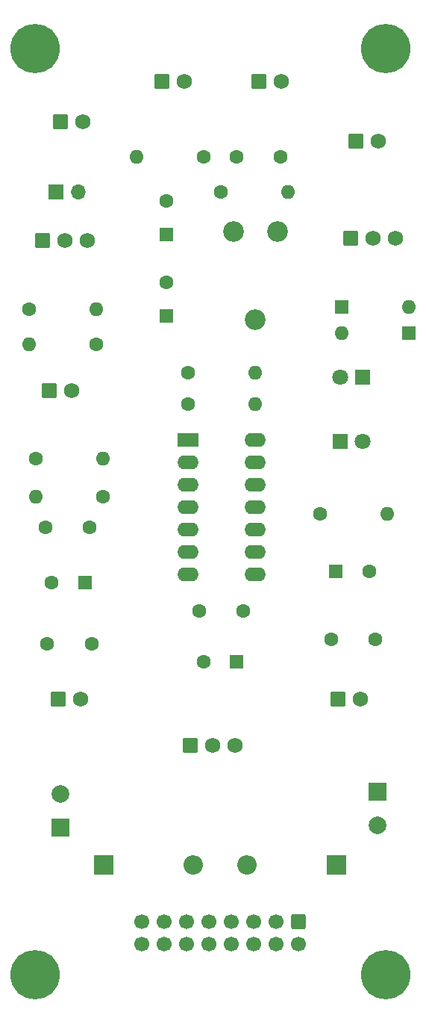
<source format=gbr>
%TF.GenerationSoftware,KiCad,Pcbnew,(6.0.7)*%
%TF.CreationDate,2023-02-15T23:00:33-05:00*%
%TF.ProjectId,PREAMP,50524541-4d50-42e6-9b69-6361645f7063,rev?*%
%TF.SameCoordinates,Original*%
%TF.FileFunction,Soldermask,Top*%
%TF.FilePolarity,Negative*%
%FSLAX46Y46*%
G04 Gerber Fmt 4.6, Leading zero omitted, Abs format (unit mm)*
G04 Created by KiCad (PCBNEW (6.0.7)) date 2023-02-15 23:00:33*
%MOMM*%
%LPD*%
G01*
G04 APERTURE LIST*
G04 Aperture macros list*
%AMRoundRect*
0 Rectangle with rounded corners*
0 $1 Rounding radius*
0 $2 $3 $4 $5 $6 $7 $8 $9 X,Y pos of 4 corners*
0 Add a 4 corners polygon primitive as box body*
4,1,4,$2,$3,$4,$5,$6,$7,$8,$9,$2,$3,0*
0 Add four circle primitives for the rounded corners*
1,1,$1+$1,$2,$3*
1,1,$1+$1,$4,$5*
1,1,$1+$1,$6,$7*
1,1,$1+$1,$8,$9*
0 Add four rect primitives between the rounded corners*
20,1,$1+$1,$2,$3,$4,$5,0*
20,1,$1+$1,$4,$5,$6,$7,0*
20,1,$1+$1,$6,$7,$8,$9,0*
20,1,$1+$1,$8,$9,$2,$3,0*%
G04 Aperture macros list end*
%ADD10C,2.340000*%
%ADD11R,1.600000X1.600000*%
%ADD12O,1.600000X1.600000*%
%ADD13C,1.600000*%
%ADD14RoundRect,0.250000X-0.620000X-0.620000X0.620000X-0.620000X0.620000X0.620000X-0.620000X0.620000X0*%
%ADD15C,1.740000*%
%ADD16C,5.600000*%
%ADD17R,1.800000X1.800000*%
%ADD18C,1.800000*%
%ADD19R,2.400000X1.600000*%
%ADD20O,2.400000X1.600000*%
%ADD21R,2.000000X2.000000*%
%ADD22C,2.000000*%
%ADD23R,2.200000X2.200000*%
%ADD24O,2.200000X2.200000*%
%ADD25R,1.700000X1.700000*%
%ADD26O,1.700000X1.700000*%
%ADD27RoundRect,0.250000X-0.600000X0.600000X-0.600000X-0.600000X0.600000X-0.600000X0.600000X0.600000X0*%
%ADD28C,1.700000*%
G04 APERTURE END LIST*
D10*
%TO.C,R12*%
X127600000Y-64250000D03*
X130100000Y-74250000D03*
X132600000Y-64250000D03*
%TD*%
D11*
%TO.C,D6*%
X147560000Y-75750000D03*
D12*
X139940000Y-75750000D03*
%TD*%
D11*
%TO.C,D5*%
X139940000Y-72750000D03*
D12*
X147560000Y-72750000D03*
%TD*%
D11*
%TO.C,C12*%
X120000000Y-64552651D03*
D13*
X120000000Y-60752651D03*
%TD*%
%TO.C,C11*%
X128000000Y-55750000D03*
X133000000Y-55750000D03*
%TD*%
D14*
%TO.C,J7*%
X122710000Y-122500000D03*
D15*
X125250000Y-122500000D03*
X127790000Y-122500000D03*
%TD*%
D16*
%TO.C,H2*%
X144920000Y-43500000D03*
%TD*%
D17*
%TO.C,D2*%
X139725000Y-88000000D03*
D18*
X142265000Y-88000000D03*
%TD*%
D11*
%TO.C,C7*%
X128000000Y-113000000D03*
D13*
X124200000Y-113000000D03*
%TD*%
D19*
%TO.C,U1*%
X122425000Y-87875000D03*
D20*
X122425000Y-90415000D03*
X122425000Y-92955000D03*
X122425000Y-95495000D03*
X122425000Y-98035000D03*
X122425000Y-100575000D03*
X122425000Y-103115000D03*
X130045000Y-103115000D03*
X130045000Y-100575000D03*
X130045000Y-98035000D03*
X130045000Y-95495000D03*
X130045000Y-92955000D03*
X130045000Y-90415000D03*
X130045000Y-87875000D03*
%TD*%
D13*
%TO.C,R8*%
X112810000Y-94250000D03*
D12*
X105190000Y-94250000D03*
%TD*%
D14*
%TO.C,J1*%
X107730000Y-117250000D03*
D15*
X110270000Y-117250000D03*
%TD*%
D21*
%TO.C,C10*%
X144000000Y-127732323D03*
D22*
X144000000Y-131532323D03*
%TD*%
D14*
%TO.C,J6*%
X139500000Y-117250000D03*
D15*
X142040000Y-117250000D03*
%TD*%
D13*
%TO.C,C3*%
X106500000Y-111000000D03*
X111500000Y-111000000D03*
%TD*%
%TO.C,C1*%
X143750000Y-110500000D03*
X138750000Y-110500000D03*
%TD*%
D21*
%TO.C,C9*%
X108000000Y-131767677D03*
D22*
X108000000Y-127967677D03*
%TD*%
D13*
%TO.C,R5*%
X124250000Y-55750000D03*
D12*
X116630000Y-55750000D03*
%TD*%
D14*
%TO.C,R7*%
X140960000Y-65000000D03*
D15*
X143500000Y-65000000D03*
X146040000Y-65000000D03*
%TD*%
D13*
%TO.C,C2*%
X128750000Y-107250000D03*
X123750000Y-107250000D03*
%TD*%
D14*
%TO.C,S1*%
X141500000Y-54000000D03*
D15*
X144040000Y-54000000D03*
%TD*%
D23*
%TO.C,D4*%
X139330000Y-136000000D03*
D24*
X129170000Y-136000000D03*
%TD*%
D25*
%TO.C,JP1*%
X107460000Y-59750000D03*
D26*
X110000000Y-59750000D03*
%TD*%
D11*
%TO.C,C5*%
X120000000Y-73800000D03*
D13*
X120000000Y-70000000D03*
%TD*%
D14*
%TO.C,J5*%
X130480000Y-47250000D03*
D15*
X133020000Y-47250000D03*
%TD*%
D23*
%TO.C,D3*%
X112920000Y-136000000D03*
D24*
X123080000Y-136000000D03*
%TD*%
D14*
%TO.C,J8*%
X107980000Y-51750000D03*
D15*
X110520000Y-51750000D03*
%TD*%
D13*
%TO.C,R10*%
X137440000Y-96250000D03*
D12*
X145060000Y-96250000D03*
%TD*%
D13*
%TO.C,R4*%
X122440000Y-83750000D03*
D12*
X130060000Y-83750000D03*
%TD*%
D13*
%TO.C,R2*%
X104440000Y-73000000D03*
D12*
X112060000Y-73000000D03*
%TD*%
D13*
%TO.C,R1*%
X105190000Y-90000000D03*
D12*
X112810000Y-90000000D03*
%TD*%
D13*
%TO.C,R3*%
X122440000Y-80250000D03*
D12*
X130060000Y-80250000D03*
%TD*%
D11*
%TO.C,C8*%
X110750000Y-104000000D03*
D13*
X106950000Y-104000000D03*
%TD*%
D14*
%TO.C,J2*%
X119460000Y-47250000D03*
D15*
X122000000Y-47250000D03*
%TD*%
D13*
%TO.C,R11*%
X126190000Y-59750000D03*
D12*
X133810000Y-59750000D03*
%TD*%
D14*
%TO.C,R6*%
X105960000Y-65250000D03*
D15*
X108500000Y-65250000D03*
X111040000Y-65250000D03*
%TD*%
D14*
%TO.C,J4*%
X106730000Y-82250000D03*
D15*
X109270000Y-82250000D03*
%TD*%
D27*
%TO.C,J3*%
X135000000Y-142460000D03*
D28*
X135000000Y-145000000D03*
X132460000Y-142460000D03*
X132460000Y-145000000D03*
X129920000Y-142460000D03*
X129920000Y-145000000D03*
X127380000Y-142460000D03*
X127380000Y-145000000D03*
X124840000Y-142460000D03*
X124840000Y-145000000D03*
X122300000Y-142460000D03*
X122300000Y-145000000D03*
X119760000Y-142460000D03*
X119760000Y-145000000D03*
X117220000Y-142460000D03*
X117220000Y-145000000D03*
%TD*%
D11*
%TO.C,C6*%
X139197349Y-102750000D03*
D13*
X142997349Y-102750000D03*
%TD*%
%TO.C,R9*%
X112060000Y-77000000D03*
D12*
X104440000Y-77000000D03*
%TD*%
D16*
%TO.C,H4*%
X144920000Y-148500000D03*
%TD*%
%TO.C,H1*%
X105080000Y-43500000D03*
%TD*%
D17*
%TO.C,D1*%
X142250000Y-80750000D03*
D18*
X139710000Y-80750000D03*
%TD*%
D13*
%TO.C,C4*%
X111250000Y-97750000D03*
X106250000Y-97750000D03*
%TD*%
D16*
%TO.C,H3*%
X105080000Y-148500000D03*
%TD*%
M02*

</source>
